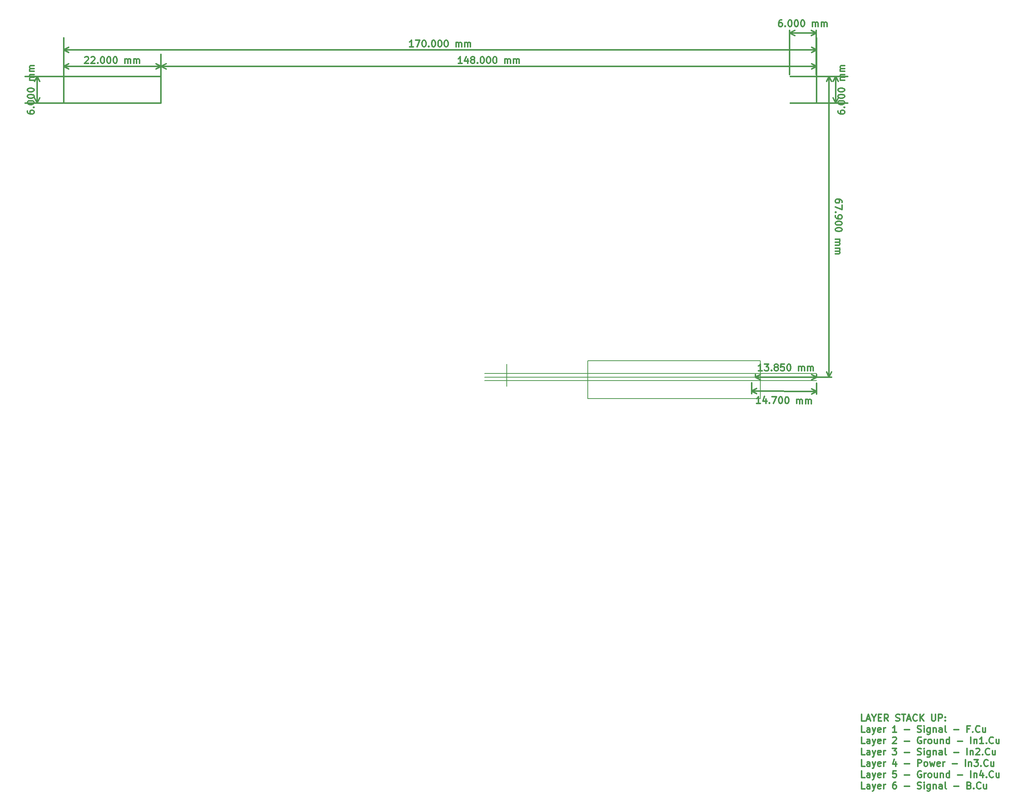
<source format=gbr>
G04 #@! TF.GenerationSoftware,KiCad,Pcbnew,5.1.5+dfsg1-2build2*
G04 #@! TF.CreationDate,2021-02-17T11:04:07+00:00*
G04 #@! TF.ProjectId,HILTOP_Motherboard,48494c54-4f50-45f4-9d6f-74686572626f,Rev C*
G04 #@! TF.SameCoordinates,Original*
G04 #@! TF.FileFunction,OtherDrawing,Comment*
%FSLAX46Y46*%
G04 Gerber Fmt 4.6, Leading zero omitted, Abs format (unit mm)*
G04 Created by KiCad (PCBNEW 5.1.5+dfsg1-2build2) date 2021-02-17 11:04:07*
%MOMM*%
%LPD*%
G04 APERTURE LIST*
%ADD10C,0.300000*%
%ADD11C,0.200000*%
%ADD12C,0.127000*%
G04 APERTURE END LIST*
D10*
X230866428Y-195578571D02*
X230152142Y-195578571D01*
X230152142Y-194078571D01*
X231295000Y-195150000D02*
X232009285Y-195150000D01*
X231152142Y-195578571D02*
X231652142Y-194078571D01*
X232152142Y-195578571D01*
X232937857Y-194864285D02*
X232937857Y-195578571D01*
X232437857Y-194078571D02*
X232937857Y-194864285D01*
X233437857Y-194078571D01*
X233937857Y-194792857D02*
X234437857Y-194792857D01*
X234652142Y-195578571D02*
X233937857Y-195578571D01*
X233937857Y-194078571D01*
X234652142Y-194078571D01*
X236152142Y-195578571D02*
X235652142Y-194864285D01*
X235295000Y-195578571D02*
X235295000Y-194078571D01*
X235866428Y-194078571D01*
X236009285Y-194150000D01*
X236080714Y-194221428D01*
X236152142Y-194364285D01*
X236152142Y-194578571D01*
X236080714Y-194721428D01*
X236009285Y-194792857D01*
X235866428Y-194864285D01*
X235295000Y-194864285D01*
X237866428Y-195507142D02*
X238080714Y-195578571D01*
X238437857Y-195578571D01*
X238580714Y-195507142D01*
X238652142Y-195435714D01*
X238723571Y-195292857D01*
X238723571Y-195150000D01*
X238652142Y-195007142D01*
X238580714Y-194935714D01*
X238437857Y-194864285D01*
X238152142Y-194792857D01*
X238009285Y-194721428D01*
X237937857Y-194650000D01*
X237866428Y-194507142D01*
X237866428Y-194364285D01*
X237937857Y-194221428D01*
X238009285Y-194150000D01*
X238152142Y-194078571D01*
X238509285Y-194078571D01*
X238723571Y-194150000D01*
X239152142Y-194078571D02*
X240009285Y-194078571D01*
X239580714Y-195578571D02*
X239580714Y-194078571D01*
X240437857Y-195150000D02*
X241152142Y-195150000D01*
X240295000Y-195578571D02*
X240795000Y-194078571D01*
X241295000Y-195578571D01*
X242652142Y-195435714D02*
X242580714Y-195507142D01*
X242366428Y-195578571D01*
X242223571Y-195578571D01*
X242009285Y-195507142D01*
X241866428Y-195364285D01*
X241795000Y-195221428D01*
X241723571Y-194935714D01*
X241723571Y-194721428D01*
X241795000Y-194435714D01*
X241866428Y-194292857D01*
X242009285Y-194150000D01*
X242223571Y-194078571D01*
X242366428Y-194078571D01*
X242580714Y-194150000D01*
X242652142Y-194221428D01*
X243295000Y-195578571D02*
X243295000Y-194078571D01*
X244152142Y-195578571D02*
X243509285Y-194721428D01*
X244152142Y-194078571D02*
X243295000Y-194935714D01*
X245937857Y-194078571D02*
X245937857Y-195292857D01*
X246009285Y-195435714D01*
X246080714Y-195507142D01*
X246223571Y-195578571D01*
X246509285Y-195578571D01*
X246652142Y-195507142D01*
X246723571Y-195435714D01*
X246795000Y-195292857D01*
X246795000Y-194078571D01*
X247509285Y-195578571D02*
X247509285Y-194078571D01*
X248080714Y-194078571D01*
X248223571Y-194150000D01*
X248295000Y-194221428D01*
X248366428Y-194364285D01*
X248366428Y-194578571D01*
X248295000Y-194721428D01*
X248223571Y-194792857D01*
X248080714Y-194864285D01*
X247509285Y-194864285D01*
X249009285Y-195435714D02*
X249080714Y-195507142D01*
X249009285Y-195578571D01*
X248937857Y-195507142D01*
X249009285Y-195435714D01*
X249009285Y-195578571D01*
X249009285Y-194650000D02*
X249080714Y-194721428D01*
X249009285Y-194792857D01*
X248937857Y-194721428D01*
X249009285Y-194650000D01*
X249009285Y-194792857D01*
X230866428Y-198128571D02*
X230152142Y-198128571D01*
X230152142Y-196628571D01*
X232009285Y-198128571D02*
X232009285Y-197342857D01*
X231937857Y-197200000D01*
X231795000Y-197128571D01*
X231509285Y-197128571D01*
X231366428Y-197200000D01*
X232009285Y-198057142D02*
X231866428Y-198128571D01*
X231509285Y-198128571D01*
X231366428Y-198057142D01*
X231295000Y-197914285D01*
X231295000Y-197771428D01*
X231366428Y-197628571D01*
X231509285Y-197557142D01*
X231866428Y-197557142D01*
X232009285Y-197485714D01*
X232580714Y-197128571D02*
X232937857Y-198128571D01*
X233295000Y-197128571D02*
X232937857Y-198128571D01*
X232795000Y-198485714D01*
X232723571Y-198557142D01*
X232580714Y-198628571D01*
X234437857Y-198057142D02*
X234295000Y-198128571D01*
X234009285Y-198128571D01*
X233866428Y-198057142D01*
X233795000Y-197914285D01*
X233795000Y-197342857D01*
X233866428Y-197200000D01*
X234009285Y-197128571D01*
X234295000Y-197128571D01*
X234437857Y-197200000D01*
X234509285Y-197342857D01*
X234509285Y-197485714D01*
X233795000Y-197628571D01*
X235152142Y-198128571D02*
X235152142Y-197128571D01*
X235152142Y-197414285D02*
X235223571Y-197271428D01*
X235295000Y-197200000D01*
X235437857Y-197128571D01*
X235580714Y-197128571D01*
X238009285Y-198128571D02*
X237152142Y-198128571D01*
X237580714Y-198128571D02*
X237580714Y-196628571D01*
X237437857Y-196842857D01*
X237295000Y-196985714D01*
X237152142Y-197057142D01*
X239795000Y-197557142D02*
X240937857Y-197557142D01*
X242723571Y-198057142D02*
X242937857Y-198128571D01*
X243295000Y-198128571D01*
X243437857Y-198057142D01*
X243509285Y-197985714D01*
X243580714Y-197842857D01*
X243580714Y-197700000D01*
X243509285Y-197557142D01*
X243437857Y-197485714D01*
X243295000Y-197414285D01*
X243009285Y-197342857D01*
X242866428Y-197271428D01*
X242795000Y-197200000D01*
X242723571Y-197057142D01*
X242723571Y-196914285D01*
X242795000Y-196771428D01*
X242866428Y-196700000D01*
X243009285Y-196628571D01*
X243366428Y-196628571D01*
X243580714Y-196700000D01*
X244223571Y-198128571D02*
X244223571Y-197128571D01*
X244223571Y-196628571D02*
X244152142Y-196700000D01*
X244223571Y-196771428D01*
X244295000Y-196700000D01*
X244223571Y-196628571D01*
X244223571Y-196771428D01*
X245580714Y-197128571D02*
X245580714Y-198342857D01*
X245509285Y-198485714D01*
X245437857Y-198557142D01*
X245295000Y-198628571D01*
X245080714Y-198628571D01*
X244937857Y-198557142D01*
X245580714Y-198057142D02*
X245437857Y-198128571D01*
X245152142Y-198128571D01*
X245009285Y-198057142D01*
X244937857Y-197985714D01*
X244866428Y-197842857D01*
X244866428Y-197414285D01*
X244937857Y-197271428D01*
X245009285Y-197200000D01*
X245152142Y-197128571D01*
X245437857Y-197128571D01*
X245580714Y-197200000D01*
X246295000Y-197128571D02*
X246295000Y-198128571D01*
X246295000Y-197271428D02*
X246366428Y-197200000D01*
X246509285Y-197128571D01*
X246723571Y-197128571D01*
X246866428Y-197200000D01*
X246937857Y-197342857D01*
X246937857Y-198128571D01*
X248295000Y-198128571D02*
X248295000Y-197342857D01*
X248223571Y-197200000D01*
X248080714Y-197128571D01*
X247795000Y-197128571D01*
X247652142Y-197200000D01*
X248295000Y-198057142D02*
X248152142Y-198128571D01*
X247795000Y-198128571D01*
X247652142Y-198057142D01*
X247580714Y-197914285D01*
X247580714Y-197771428D01*
X247652142Y-197628571D01*
X247795000Y-197557142D01*
X248152142Y-197557142D01*
X248295000Y-197485714D01*
X249223571Y-198128571D02*
X249080714Y-198057142D01*
X249009285Y-197914285D01*
X249009285Y-196628571D01*
X250937857Y-197557142D02*
X252080714Y-197557142D01*
X254437857Y-197342857D02*
X253937857Y-197342857D01*
X253937857Y-198128571D02*
X253937857Y-196628571D01*
X254652142Y-196628571D01*
X255223571Y-197985714D02*
X255295000Y-198057142D01*
X255223571Y-198128571D01*
X255152142Y-198057142D01*
X255223571Y-197985714D01*
X255223571Y-198128571D01*
X256795000Y-197985714D02*
X256723571Y-198057142D01*
X256509285Y-198128571D01*
X256366428Y-198128571D01*
X256152142Y-198057142D01*
X256009285Y-197914285D01*
X255937857Y-197771428D01*
X255866428Y-197485714D01*
X255866428Y-197271428D01*
X255937857Y-196985714D01*
X256009285Y-196842857D01*
X256152142Y-196700000D01*
X256366428Y-196628571D01*
X256509285Y-196628571D01*
X256723571Y-196700000D01*
X256795000Y-196771428D01*
X258080714Y-197128571D02*
X258080714Y-198128571D01*
X257437857Y-197128571D02*
X257437857Y-197914285D01*
X257509285Y-198057142D01*
X257652142Y-198128571D01*
X257866428Y-198128571D01*
X258009285Y-198057142D01*
X258080714Y-197985714D01*
X230866428Y-200678571D02*
X230152142Y-200678571D01*
X230152142Y-199178571D01*
X232009285Y-200678571D02*
X232009285Y-199892857D01*
X231937857Y-199750000D01*
X231795000Y-199678571D01*
X231509285Y-199678571D01*
X231366428Y-199750000D01*
X232009285Y-200607142D02*
X231866428Y-200678571D01*
X231509285Y-200678571D01*
X231366428Y-200607142D01*
X231295000Y-200464285D01*
X231295000Y-200321428D01*
X231366428Y-200178571D01*
X231509285Y-200107142D01*
X231866428Y-200107142D01*
X232009285Y-200035714D01*
X232580714Y-199678571D02*
X232937857Y-200678571D01*
X233295000Y-199678571D02*
X232937857Y-200678571D01*
X232795000Y-201035714D01*
X232723571Y-201107142D01*
X232580714Y-201178571D01*
X234437857Y-200607142D02*
X234295000Y-200678571D01*
X234009285Y-200678571D01*
X233866428Y-200607142D01*
X233795000Y-200464285D01*
X233795000Y-199892857D01*
X233866428Y-199750000D01*
X234009285Y-199678571D01*
X234295000Y-199678571D01*
X234437857Y-199750000D01*
X234509285Y-199892857D01*
X234509285Y-200035714D01*
X233795000Y-200178571D01*
X235152142Y-200678571D02*
X235152142Y-199678571D01*
X235152142Y-199964285D02*
X235223571Y-199821428D01*
X235295000Y-199750000D01*
X235437857Y-199678571D01*
X235580714Y-199678571D01*
X237152142Y-199321428D02*
X237223571Y-199250000D01*
X237366428Y-199178571D01*
X237723571Y-199178571D01*
X237866428Y-199250000D01*
X237937857Y-199321428D01*
X238009285Y-199464285D01*
X238009285Y-199607142D01*
X237937857Y-199821428D01*
X237080714Y-200678571D01*
X238009285Y-200678571D01*
X239795000Y-200107142D02*
X240937857Y-200107142D01*
X243580714Y-199250000D02*
X243437857Y-199178571D01*
X243223571Y-199178571D01*
X243009285Y-199250000D01*
X242866428Y-199392857D01*
X242795000Y-199535714D01*
X242723571Y-199821428D01*
X242723571Y-200035714D01*
X242795000Y-200321428D01*
X242866428Y-200464285D01*
X243009285Y-200607142D01*
X243223571Y-200678571D01*
X243366428Y-200678571D01*
X243580714Y-200607142D01*
X243652142Y-200535714D01*
X243652142Y-200035714D01*
X243366428Y-200035714D01*
X244295000Y-200678571D02*
X244295000Y-199678571D01*
X244295000Y-199964285D02*
X244366428Y-199821428D01*
X244437857Y-199750000D01*
X244580714Y-199678571D01*
X244723571Y-199678571D01*
X245437857Y-200678571D02*
X245295000Y-200607142D01*
X245223571Y-200535714D01*
X245152142Y-200392857D01*
X245152142Y-199964285D01*
X245223571Y-199821428D01*
X245295000Y-199750000D01*
X245437857Y-199678571D01*
X245652142Y-199678571D01*
X245795000Y-199750000D01*
X245866428Y-199821428D01*
X245937857Y-199964285D01*
X245937857Y-200392857D01*
X245866428Y-200535714D01*
X245795000Y-200607142D01*
X245652142Y-200678571D01*
X245437857Y-200678571D01*
X247223571Y-199678571D02*
X247223571Y-200678571D01*
X246580714Y-199678571D02*
X246580714Y-200464285D01*
X246652142Y-200607142D01*
X246795000Y-200678571D01*
X247009285Y-200678571D01*
X247152142Y-200607142D01*
X247223571Y-200535714D01*
X247937857Y-199678571D02*
X247937857Y-200678571D01*
X247937857Y-199821428D02*
X248009285Y-199750000D01*
X248152142Y-199678571D01*
X248366428Y-199678571D01*
X248509285Y-199750000D01*
X248580714Y-199892857D01*
X248580714Y-200678571D01*
X249937857Y-200678571D02*
X249937857Y-199178571D01*
X249937857Y-200607142D02*
X249795000Y-200678571D01*
X249509285Y-200678571D01*
X249366428Y-200607142D01*
X249295000Y-200535714D01*
X249223571Y-200392857D01*
X249223571Y-199964285D01*
X249295000Y-199821428D01*
X249366428Y-199750000D01*
X249509285Y-199678571D01*
X249795000Y-199678571D01*
X249937857Y-199750000D01*
X251795000Y-200107142D02*
X252937857Y-200107142D01*
X254795000Y-200678571D02*
X254795000Y-199178571D01*
X255509285Y-199678571D02*
X255509285Y-200678571D01*
X255509285Y-199821428D02*
X255580714Y-199750000D01*
X255723571Y-199678571D01*
X255937857Y-199678571D01*
X256080714Y-199750000D01*
X256152142Y-199892857D01*
X256152142Y-200678571D01*
X257652142Y-200678571D02*
X256795000Y-200678571D01*
X257223571Y-200678571D02*
X257223571Y-199178571D01*
X257080714Y-199392857D01*
X256937857Y-199535714D01*
X256795000Y-199607142D01*
X258295000Y-200535714D02*
X258366428Y-200607142D01*
X258295000Y-200678571D01*
X258223571Y-200607142D01*
X258295000Y-200535714D01*
X258295000Y-200678571D01*
X259866428Y-200535714D02*
X259795000Y-200607142D01*
X259580714Y-200678571D01*
X259437857Y-200678571D01*
X259223571Y-200607142D01*
X259080714Y-200464285D01*
X259009285Y-200321428D01*
X258937857Y-200035714D01*
X258937857Y-199821428D01*
X259009285Y-199535714D01*
X259080714Y-199392857D01*
X259223571Y-199250000D01*
X259437857Y-199178571D01*
X259580714Y-199178571D01*
X259795000Y-199250000D01*
X259866428Y-199321428D01*
X261152142Y-199678571D02*
X261152142Y-200678571D01*
X260509285Y-199678571D02*
X260509285Y-200464285D01*
X260580714Y-200607142D01*
X260723571Y-200678571D01*
X260937857Y-200678571D01*
X261080714Y-200607142D01*
X261152142Y-200535714D01*
X230866428Y-203228571D02*
X230152142Y-203228571D01*
X230152142Y-201728571D01*
X232009285Y-203228571D02*
X232009285Y-202442857D01*
X231937857Y-202300000D01*
X231795000Y-202228571D01*
X231509285Y-202228571D01*
X231366428Y-202300000D01*
X232009285Y-203157142D02*
X231866428Y-203228571D01*
X231509285Y-203228571D01*
X231366428Y-203157142D01*
X231295000Y-203014285D01*
X231295000Y-202871428D01*
X231366428Y-202728571D01*
X231509285Y-202657142D01*
X231866428Y-202657142D01*
X232009285Y-202585714D01*
X232580714Y-202228571D02*
X232937857Y-203228571D01*
X233295000Y-202228571D02*
X232937857Y-203228571D01*
X232795000Y-203585714D01*
X232723571Y-203657142D01*
X232580714Y-203728571D01*
X234437857Y-203157142D02*
X234295000Y-203228571D01*
X234009285Y-203228571D01*
X233866428Y-203157142D01*
X233795000Y-203014285D01*
X233795000Y-202442857D01*
X233866428Y-202300000D01*
X234009285Y-202228571D01*
X234295000Y-202228571D01*
X234437857Y-202300000D01*
X234509285Y-202442857D01*
X234509285Y-202585714D01*
X233795000Y-202728571D01*
X235152142Y-203228571D02*
X235152142Y-202228571D01*
X235152142Y-202514285D02*
X235223571Y-202371428D01*
X235295000Y-202300000D01*
X235437857Y-202228571D01*
X235580714Y-202228571D01*
X237080714Y-201728571D02*
X238009285Y-201728571D01*
X237509285Y-202300000D01*
X237723571Y-202300000D01*
X237866428Y-202371428D01*
X237937857Y-202442857D01*
X238009285Y-202585714D01*
X238009285Y-202942857D01*
X237937857Y-203085714D01*
X237866428Y-203157142D01*
X237723571Y-203228571D01*
X237295000Y-203228571D01*
X237152142Y-203157142D01*
X237080714Y-203085714D01*
X239795000Y-202657142D02*
X240937857Y-202657142D01*
X242723571Y-203157142D02*
X242937857Y-203228571D01*
X243295000Y-203228571D01*
X243437857Y-203157142D01*
X243509285Y-203085714D01*
X243580714Y-202942857D01*
X243580714Y-202800000D01*
X243509285Y-202657142D01*
X243437857Y-202585714D01*
X243295000Y-202514285D01*
X243009285Y-202442857D01*
X242866428Y-202371428D01*
X242795000Y-202300000D01*
X242723571Y-202157142D01*
X242723571Y-202014285D01*
X242795000Y-201871428D01*
X242866428Y-201800000D01*
X243009285Y-201728571D01*
X243366428Y-201728571D01*
X243580714Y-201800000D01*
X244223571Y-203228571D02*
X244223571Y-202228571D01*
X244223571Y-201728571D02*
X244152142Y-201800000D01*
X244223571Y-201871428D01*
X244295000Y-201800000D01*
X244223571Y-201728571D01*
X244223571Y-201871428D01*
X245580714Y-202228571D02*
X245580714Y-203442857D01*
X245509285Y-203585714D01*
X245437857Y-203657142D01*
X245295000Y-203728571D01*
X245080714Y-203728571D01*
X244937857Y-203657142D01*
X245580714Y-203157142D02*
X245437857Y-203228571D01*
X245152142Y-203228571D01*
X245009285Y-203157142D01*
X244937857Y-203085714D01*
X244866428Y-202942857D01*
X244866428Y-202514285D01*
X244937857Y-202371428D01*
X245009285Y-202300000D01*
X245152142Y-202228571D01*
X245437857Y-202228571D01*
X245580714Y-202300000D01*
X246295000Y-202228571D02*
X246295000Y-203228571D01*
X246295000Y-202371428D02*
X246366428Y-202300000D01*
X246509285Y-202228571D01*
X246723571Y-202228571D01*
X246866428Y-202300000D01*
X246937857Y-202442857D01*
X246937857Y-203228571D01*
X248295000Y-203228571D02*
X248295000Y-202442857D01*
X248223571Y-202300000D01*
X248080714Y-202228571D01*
X247795000Y-202228571D01*
X247652142Y-202300000D01*
X248295000Y-203157142D02*
X248152142Y-203228571D01*
X247795000Y-203228571D01*
X247652142Y-203157142D01*
X247580714Y-203014285D01*
X247580714Y-202871428D01*
X247652142Y-202728571D01*
X247795000Y-202657142D01*
X248152142Y-202657142D01*
X248295000Y-202585714D01*
X249223571Y-203228571D02*
X249080714Y-203157142D01*
X249009285Y-203014285D01*
X249009285Y-201728571D01*
X250937857Y-202657142D02*
X252080714Y-202657142D01*
X253937857Y-203228571D02*
X253937857Y-201728571D01*
X254652142Y-202228571D02*
X254652142Y-203228571D01*
X254652142Y-202371428D02*
X254723571Y-202300000D01*
X254866428Y-202228571D01*
X255080714Y-202228571D01*
X255223571Y-202300000D01*
X255295000Y-202442857D01*
X255295000Y-203228571D01*
X255937857Y-201871428D02*
X256009285Y-201800000D01*
X256152142Y-201728571D01*
X256509285Y-201728571D01*
X256652142Y-201800000D01*
X256723571Y-201871428D01*
X256795000Y-202014285D01*
X256795000Y-202157142D01*
X256723571Y-202371428D01*
X255866428Y-203228571D01*
X256795000Y-203228571D01*
X257437857Y-203085714D02*
X257509285Y-203157142D01*
X257437857Y-203228571D01*
X257366428Y-203157142D01*
X257437857Y-203085714D01*
X257437857Y-203228571D01*
X259009285Y-203085714D02*
X258937857Y-203157142D01*
X258723571Y-203228571D01*
X258580714Y-203228571D01*
X258366428Y-203157142D01*
X258223571Y-203014285D01*
X258152142Y-202871428D01*
X258080714Y-202585714D01*
X258080714Y-202371428D01*
X258152142Y-202085714D01*
X258223571Y-201942857D01*
X258366428Y-201800000D01*
X258580714Y-201728571D01*
X258723571Y-201728571D01*
X258937857Y-201800000D01*
X259009285Y-201871428D01*
X260295000Y-202228571D02*
X260295000Y-203228571D01*
X259652142Y-202228571D02*
X259652142Y-203014285D01*
X259723571Y-203157142D01*
X259866428Y-203228571D01*
X260080714Y-203228571D01*
X260223571Y-203157142D01*
X260295000Y-203085714D01*
X230866428Y-205778571D02*
X230152142Y-205778571D01*
X230152142Y-204278571D01*
X232009285Y-205778571D02*
X232009285Y-204992857D01*
X231937857Y-204850000D01*
X231795000Y-204778571D01*
X231509285Y-204778571D01*
X231366428Y-204850000D01*
X232009285Y-205707142D02*
X231866428Y-205778571D01*
X231509285Y-205778571D01*
X231366428Y-205707142D01*
X231295000Y-205564285D01*
X231295000Y-205421428D01*
X231366428Y-205278571D01*
X231509285Y-205207142D01*
X231866428Y-205207142D01*
X232009285Y-205135714D01*
X232580714Y-204778571D02*
X232937857Y-205778571D01*
X233295000Y-204778571D02*
X232937857Y-205778571D01*
X232795000Y-206135714D01*
X232723571Y-206207142D01*
X232580714Y-206278571D01*
X234437857Y-205707142D02*
X234295000Y-205778571D01*
X234009285Y-205778571D01*
X233866428Y-205707142D01*
X233795000Y-205564285D01*
X233795000Y-204992857D01*
X233866428Y-204850000D01*
X234009285Y-204778571D01*
X234295000Y-204778571D01*
X234437857Y-204850000D01*
X234509285Y-204992857D01*
X234509285Y-205135714D01*
X233795000Y-205278571D01*
X235152142Y-205778571D02*
X235152142Y-204778571D01*
X235152142Y-205064285D02*
X235223571Y-204921428D01*
X235295000Y-204850000D01*
X235437857Y-204778571D01*
X235580714Y-204778571D01*
X237866428Y-204778571D02*
X237866428Y-205778571D01*
X237509285Y-204207142D02*
X237152142Y-205278571D01*
X238080714Y-205278571D01*
X239795000Y-205207142D02*
X240937857Y-205207142D01*
X242795000Y-205778571D02*
X242795000Y-204278571D01*
X243366428Y-204278571D01*
X243509285Y-204350000D01*
X243580714Y-204421428D01*
X243652142Y-204564285D01*
X243652142Y-204778571D01*
X243580714Y-204921428D01*
X243509285Y-204992857D01*
X243366428Y-205064285D01*
X242795000Y-205064285D01*
X244509285Y-205778571D02*
X244366428Y-205707142D01*
X244295000Y-205635714D01*
X244223571Y-205492857D01*
X244223571Y-205064285D01*
X244295000Y-204921428D01*
X244366428Y-204850000D01*
X244509285Y-204778571D01*
X244723571Y-204778571D01*
X244866428Y-204850000D01*
X244937857Y-204921428D01*
X245009285Y-205064285D01*
X245009285Y-205492857D01*
X244937857Y-205635714D01*
X244866428Y-205707142D01*
X244723571Y-205778571D01*
X244509285Y-205778571D01*
X245509285Y-204778571D02*
X245795000Y-205778571D01*
X246080714Y-205064285D01*
X246366428Y-205778571D01*
X246652142Y-204778571D01*
X247795000Y-205707142D02*
X247652142Y-205778571D01*
X247366428Y-205778571D01*
X247223571Y-205707142D01*
X247152142Y-205564285D01*
X247152142Y-204992857D01*
X247223571Y-204850000D01*
X247366428Y-204778571D01*
X247652142Y-204778571D01*
X247795000Y-204850000D01*
X247866428Y-204992857D01*
X247866428Y-205135714D01*
X247152142Y-205278571D01*
X248509285Y-205778571D02*
X248509285Y-204778571D01*
X248509285Y-205064285D02*
X248580714Y-204921428D01*
X248652142Y-204850000D01*
X248795000Y-204778571D01*
X248937857Y-204778571D01*
X250580714Y-205207142D02*
X251723571Y-205207142D01*
X253580714Y-205778571D02*
X253580714Y-204278571D01*
X254295000Y-204778571D02*
X254295000Y-205778571D01*
X254295000Y-204921428D02*
X254366428Y-204850000D01*
X254509285Y-204778571D01*
X254723571Y-204778571D01*
X254866428Y-204850000D01*
X254937857Y-204992857D01*
X254937857Y-205778571D01*
X255509285Y-204278571D02*
X256437857Y-204278571D01*
X255937857Y-204850000D01*
X256152142Y-204850000D01*
X256295000Y-204921428D01*
X256366428Y-204992857D01*
X256437857Y-205135714D01*
X256437857Y-205492857D01*
X256366428Y-205635714D01*
X256295000Y-205707142D01*
X256152142Y-205778571D01*
X255723571Y-205778571D01*
X255580714Y-205707142D01*
X255509285Y-205635714D01*
X257080714Y-205635714D02*
X257152142Y-205707142D01*
X257080714Y-205778571D01*
X257009285Y-205707142D01*
X257080714Y-205635714D01*
X257080714Y-205778571D01*
X258652142Y-205635714D02*
X258580714Y-205707142D01*
X258366428Y-205778571D01*
X258223571Y-205778571D01*
X258009285Y-205707142D01*
X257866428Y-205564285D01*
X257795000Y-205421428D01*
X257723571Y-205135714D01*
X257723571Y-204921428D01*
X257795000Y-204635714D01*
X257866428Y-204492857D01*
X258009285Y-204350000D01*
X258223571Y-204278571D01*
X258366428Y-204278571D01*
X258580714Y-204350000D01*
X258652142Y-204421428D01*
X259937857Y-204778571D02*
X259937857Y-205778571D01*
X259295000Y-204778571D02*
X259295000Y-205564285D01*
X259366428Y-205707142D01*
X259509285Y-205778571D01*
X259723571Y-205778571D01*
X259866428Y-205707142D01*
X259937857Y-205635714D01*
X230866428Y-208328571D02*
X230152142Y-208328571D01*
X230152142Y-206828571D01*
X232009285Y-208328571D02*
X232009285Y-207542857D01*
X231937857Y-207400000D01*
X231795000Y-207328571D01*
X231509285Y-207328571D01*
X231366428Y-207400000D01*
X232009285Y-208257142D02*
X231866428Y-208328571D01*
X231509285Y-208328571D01*
X231366428Y-208257142D01*
X231295000Y-208114285D01*
X231295000Y-207971428D01*
X231366428Y-207828571D01*
X231509285Y-207757142D01*
X231866428Y-207757142D01*
X232009285Y-207685714D01*
X232580714Y-207328571D02*
X232937857Y-208328571D01*
X233295000Y-207328571D02*
X232937857Y-208328571D01*
X232795000Y-208685714D01*
X232723571Y-208757142D01*
X232580714Y-208828571D01*
X234437857Y-208257142D02*
X234295000Y-208328571D01*
X234009285Y-208328571D01*
X233866428Y-208257142D01*
X233795000Y-208114285D01*
X233795000Y-207542857D01*
X233866428Y-207400000D01*
X234009285Y-207328571D01*
X234295000Y-207328571D01*
X234437857Y-207400000D01*
X234509285Y-207542857D01*
X234509285Y-207685714D01*
X233795000Y-207828571D01*
X235152142Y-208328571D02*
X235152142Y-207328571D01*
X235152142Y-207614285D02*
X235223571Y-207471428D01*
X235295000Y-207400000D01*
X235437857Y-207328571D01*
X235580714Y-207328571D01*
X237937857Y-206828571D02*
X237223571Y-206828571D01*
X237152142Y-207542857D01*
X237223571Y-207471428D01*
X237366428Y-207400000D01*
X237723571Y-207400000D01*
X237866428Y-207471428D01*
X237937857Y-207542857D01*
X238009285Y-207685714D01*
X238009285Y-208042857D01*
X237937857Y-208185714D01*
X237866428Y-208257142D01*
X237723571Y-208328571D01*
X237366428Y-208328571D01*
X237223571Y-208257142D01*
X237152142Y-208185714D01*
X239795000Y-207757142D02*
X240937857Y-207757142D01*
X243580714Y-206900000D02*
X243437857Y-206828571D01*
X243223571Y-206828571D01*
X243009285Y-206900000D01*
X242866428Y-207042857D01*
X242795000Y-207185714D01*
X242723571Y-207471428D01*
X242723571Y-207685714D01*
X242795000Y-207971428D01*
X242866428Y-208114285D01*
X243009285Y-208257142D01*
X243223571Y-208328571D01*
X243366428Y-208328571D01*
X243580714Y-208257142D01*
X243652142Y-208185714D01*
X243652142Y-207685714D01*
X243366428Y-207685714D01*
X244295000Y-208328571D02*
X244295000Y-207328571D01*
X244295000Y-207614285D02*
X244366428Y-207471428D01*
X244437857Y-207400000D01*
X244580714Y-207328571D01*
X244723571Y-207328571D01*
X245437857Y-208328571D02*
X245295000Y-208257142D01*
X245223571Y-208185714D01*
X245152142Y-208042857D01*
X245152142Y-207614285D01*
X245223571Y-207471428D01*
X245295000Y-207400000D01*
X245437857Y-207328571D01*
X245652142Y-207328571D01*
X245795000Y-207400000D01*
X245866428Y-207471428D01*
X245937857Y-207614285D01*
X245937857Y-208042857D01*
X245866428Y-208185714D01*
X245795000Y-208257142D01*
X245652142Y-208328571D01*
X245437857Y-208328571D01*
X247223571Y-207328571D02*
X247223571Y-208328571D01*
X246580714Y-207328571D02*
X246580714Y-208114285D01*
X246652142Y-208257142D01*
X246795000Y-208328571D01*
X247009285Y-208328571D01*
X247152142Y-208257142D01*
X247223571Y-208185714D01*
X247937857Y-207328571D02*
X247937857Y-208328571D01*
X247937857Y-207471428D02*
X248009285Y-207400000D01*
X248152142Y-207328571D01*
X248366428Y-207328571D01*
X248509285Y-207400000D01*
X248580714Y-207542857D01*
X248580714Y-208328571D01*
X249937857Y-208328571D02*
X249937857Y-206828571D01*
X249937857Y-208257142D02*
X249795000Y-208328571D01*
X249509285Y-208328571D01*
X249366428Y-208257142D01*
X249295000Y-208185714D01*
X249223571Y-208042857D01*
X249223571Y-207614285D01*
X249295000Y-207471428D01*
X249366428Y-207400000D01*
X249509285Y-207328571D01*
X249795000Y-207328571D01*
X249937857Y-207400000D01*
X251795000Y-207757142D02*
X252937857Y-207757142D01*
X254795000Y-208328571D02*
X254795000Y-206828571D01*
X255509285Y-207328571D02*
X255509285Y-208328571D01*
X255509285Y-207471428D02*
X255580714Y-207400000D01*
X255723571Y-207328571D01*
X255937857Y-207328571D01*
X256080714Y-207400000D01*
X256152142Y-207542857D01*
X256152142Y-208328571D01*
X257509285Y-207328571D02*
X257509285Y-208328571D01*
X257152142Y-206757142D02*
X256795000Y-207828571D01*
X257723571Y-207828571D01*
X258295000Y-208185714D02*
X258366428Y-208257142D01*
X258295000Y-208328571D01*
X258223571Y-208257142D01*
X258295000Y-208185714D01*
X258295000Y-208328571D01*
X259866428Y-208185714D02*
X259795000Y-208257142D01*
X259580714Y-208328571D01*
X259437857Y-208328571D01*
X259223571Y-208257142D01*
X259080714Y-208114285D01*
X259009285Y-207971428D01*
X258937857Y-207685714D01*
X258937857Y-207471428D01*
X259009285Y-207185714D01*
X259080714Y-207042857D01*
X259223571Y-206900000D01*
X259437857Y-206828571D01*
X259580714Y-206828571D01*
X259795000Y-206900000D01*
X259866428Y-206971428D01*
X261152142Y-207328571D02*
X261152142Y-208328571D01*
X260509285Y-207328571D02*
X260509285Y-208114285D01*
X260580714Y-208257142D01*
X260723571Y-208328571D01*
X260937857Y-208328571D01*
X261080714Y-208257142D01*
X261152142Y-208185714D01*
X230866428Y-210878571D02*
X230152142Y-210878571D01*
X230152142Y-209378571D01*
X232009285Y-210878571D02*
X232009285Y-210092857D01*
X231937857Y-209950000D01*
X231795000Y-209878571D01*
X231509285Y-209878571D01*
X231366428Y-209950000D01*
X232009285Y-210807142D02*
X231866428Y-210878571D01*
X231509285Y-210878571D01*
X231366428Y-210807142D01*
X231295000Y-210664285D01*
X231295000Y-210521428D01*
X231366428Y-210378571D01*
X231509285Y-210307142D01*
X231866428Y-210307142D01*
X232009285Y-210235714D01*
X232580714Y-209878571D02*
X232937857Y-210878571D01*
X233295000Y-209878571D02*
X232937857Y-210878571D01*
X232795000Y-211235714D01*
X232723571Y-211307142D01*
X232580714Y-211378571D01*
X234437857Y-210807142D02*
X234295000Y-210878571D01*
X234009285Y-210878571D01*
X233866428Y-210807142D01*
X233795000Y-210664285D01*
X233795000Y-210092857D01*
X233866428Y-209950000D01*
X234009285Y-209878571D01*
X234295000Y-209878571D01*
X234437857Y-209950000D01*
X234509285Y-210092857D01*
X234509285Y-210235714D01*
X233795000Y-210378571D01*
X235152142Y-210878571D02*
X235152142Y-209878571D01*
X235152142Y-210164285D02*
X235223571Y-210021428D01*
X235295000Y-209950000D01*
X235437857Y-209878571D01*
X235580714Y-209878571D01*
X237866428Y-209378571D02*
X237580714Y-209378571D01*
X237437857Y-209450000D01*
X237366428Y-209521428D01*
X237223571Y-209735714D01*
X237152142Y-210021428D01*
X237152142Y-210592857D01*
X237223571Y-210735714D01*
X237295000Y-210807142D01*
X237437857Y-210878571D01*
X237723571Y-210878571D01*
X237866428Y-210807142D01*
X237937857Y-210735714D01*
X238009285Y-210592857D01*
X238009285Y-210235714D01*
X237937857Y-210092857D01*
X237866428Y-210021428D01*
X237723571Y-209950000D01*
X237437857Y-209950000D01*
X237295000Y-210021428D01*
X237223571Y-210092857D01*
X237152142Y-210235714D01*
X239795000Y-210307142D02*
X240937857Y-210307142D01*
X242723571Y-210807142D02*
X242937857Y-210878571D01*
X243295000Y-210878571D01*
X243437857Y-210807142D01*
X243509285Y-210735714D01*
X243580714Y-210592857D01*
X243580714Y-210450000D01*
X243509285Y-210307142D01*
X243437857Y-210235714D01*
X243295000Y-210164285D01*
X243009285Y-210092857D01*
X242866428Y-210021428D01*
X242795000Y-209950000D01*
X242723571Y-209807142D01*
X242723571Y-209664285D01*
X242795000Y-209521428D01*
X242866428Y-209450000D01*
X243009285Y-209378571D01*
X243366428Y-209378571D01*
X243580714Y-209450000D01*
X244223571Y-210878571D02*
X244223571Y-209878571D01*
X244223571Y-209378571D02*
X244152142Y-209450000D01*
X244223571Y-209521428D01*
X244295000Y-209450000D01*
X244223571Y-209378571D01*
X244223571Y-209521428D01*
X245580714Y-209878571D02*
X245580714Y-211092857D01*
X245509285Y-211235714D01*
X245437857Y-211307142D01*
X245295000Y-211378571D01*
X245080714Y-211378571D01*
X244937857Y-211307142D01*
X245580714Y-210807142D02*
X245437857Y-210878571D01*
X245152142Y-210878571D01*
X245009285Y-210807142D01*
X244937857Y-210735714D01*
X244866428Y-210592857D01*
X244866428Y-210164285D01*
X244937857Y-210021428D01*
X245009285Y-209950000D01*
X245152142Y-209878571D01*
X245437857Y-209878571D01*
X245580714Y-209950000D01*
X246295000Y-209878571D02*
X246295000Y-210878571D01*
X246295000Y-210021428D02*
X246366428Y-209950000D01*
X246509285Y-209878571D01*
X246723571Y-209878571D01*
X246866428Y-209950000D01*
X246937857Y-210092857D01*
X246937857Y-210878571D01*
X248295000Y-210878571D02*
X248295000Y-210092857D01*
X248223571Y-209950000D01*
X248080714Y-209878571D01*
X247795000Y-209878571D01*
X247652142Y-209950000D01*
X248295000Y-210807142D02*
X248152142Y-210878571D01*
X247795000Y-210878571D01*
X247652142Y-210807142D01*
X247580714Y-210664285D01*
X247580714Y-210521428D01*
X247652142Y-210378571D01*
X247795000Y-210307142D01*
X248152142Y-210307142D01*
X248295000Y-210235714D01*
X249223571Y-210878571D02*
X249080714Y-210807142D01*
X249009285Y-210664285D01*
X249009285Y-209378571D01*
X250937857Y-210307142D02*
X252080714Y-210307142D01*
X254437857Y-210092857D02*
X254652142Y-210164285D01*
X254723571Y-210235714D01*
X254795000Y-210378571D01*
X254795000Y-210592857D01*
X254723571Y-210735714D01*
X254652142Y-210807142D01*
X254509285Y-210878571D01*
X253937857Y-210878571D01*
X253937857Y-209378571D01*
X254437857Y-209378571D01*
X254580714Y-209450000D01*
X254652142Y-209521428D01*
X254723571Y-209664285D01*
X254723571Y-209807142D01*
X254652142Y-209950000D01*
X254580714Y-210021428D01*
X254437857Y-210092857D01*
X253937857Y-210092857D01*
X255437857Y-210735714D02*
X255509285Y-210807142D01*
X255437857Y-210878571D01*
X255366428Y-210807142D01*
X255437857Y-210735714D01*
X255437857Y-210878571D01*
X257009285Y-210735714D02*
X256937857Y-210807142D01*
X256723571Y-210878571D01*
X256580714Y-210878571D01*
X256366428Y-210807142D01*
X256223571Y-210664285D01*
X256152142Y-210521428D01*
X256080714Y-210235714D01*
X256080714Y-210021428D01*
X256152142Y-209735714D01*
X256223571Y-209592857D01*
X256366428Y-209450000D01*
X256580714Y-209378571D01*
X256723571Y-209378571D01*
X256937857Y-209450000D01*
X257009285Y-209521428D01*
X258295000Y-209878571D02*
X258295000Y-210878571D01*
X257652142Y-209878571D02*
X257652142Y-210664285D01*
X257723571Y-210807142D01*
X257866428Y-210878571D01*
X258080714Y-210878571D01*
X258223571Y-210807142D01*
X258295000Y-210735714D01*
X207261495Y-123842021D02*
X206404372Y-123836190D01*
X206832933Y-123839106D02*
X206843137Y-122339140D01*
X206698825Y-122552449D01*
X206555000Y-122694331D01*
X206411660Y-122764786D01*
X208553982Y-122850790D02*
X208547179Y-123850767D01*
X208200734Y-122276945D02*
X207836311Y-123345920D01*
X208764861Y-123352236D01*
X209333847Y-123713258D02*
X209404788Y-123785171D01*
X209332875Y-123856112D01*
X209261934Y-123784199D01*
X209333847Y-123713258D01*
X209332875Y-123856112D01*
X209914494Y-122360034D02*
X210914471Y-122366836D01*
X210261425Y-123862429D01*
X211771594Y-122372667D02*
X211914448Y-122373639D01*
X212056816Y-122446038D01*
X212127757Y-122517950D01*
X212198212Y-122661290D01*
X212267696Y-122947484D01*
X212265266Y-123304618D01*
X212191896Y-123589840D01*
X212119497Y-123732208D01*
X212047584Y-123803149D01*
X211904244Y-123873604D01*
X211761390Y-123872632D01*
X211619023Y-123800234D01*
X211548081Y-123728321D01*
X211477626Y-123584981D01*
X211408143Y-123298788D01*
X211410573Y-122941653D01*
X211483943Y-122656431D01*
X211556342Y-122514063D01*
X211628255Y-122443122D01*
X211771594Y-122372667D01*
X213200133Y-122382385D02*
X213342987Y-122383357D01*
X213485354Y-122455756D01*
X213556295Y-122527668D01*
X213626751Y-122671008D01*
X213696234Y-122957202D01*
X213693804Y-123314336D01*
X213620434Y-123599558D01*
X213548035Y-123741926D01*
X213476122Y-123812867D01*
X213332783Y-123883322D01*
X213189929Y-123882350D01*
X213047561Y-123809952D01*
X212976620Y-123738039D01*
X212906165Y-123594699D01*
X212836681Y-123308506D01*
X212839111Y-122951371D01*
X212912481Y-122666149D01*
X212984880Y-122523781D01*
X213056793Y-122452840D01*
X213200133Y-122382385D01*
X215475590Y-123897899D02*
X215482393Y-122897922D01*
X215481421Y-123040776D02*
X215553334Y-122969835D01*
X215696674Y-122899380D01*
X215910954Y-122900838D01*
X216053322Y-122973236D01*
X216123777Y-123116576D01*
X216118432Y-123902272D01*
X216123777Y-123116576D02*
X216196176Y-122974208D01*
X216339516Y-122903753D01*
X216553797Y-122905211D01*
X216696165Y-122977609D01*
X216766620Y-123120949D01*
X216761275Y-123906645D01*
X217475544Y-123911504D02*
X217482347Y-122911527D01*
X217481375Y-123054381D02*
X217553288Y-122983440D01*
X217696627Y-122912985D01*
X217910908Y-122914443D01*
X218053276Y-122986841D01*
X218123731Y-123130181D01*
X218118386Y-123915877D01*
X218123731Y-123130181D02*
X218196130Y-122987813D01*
X218339470Y-122917358D01*
X218553750Y-122918816D01*
X218696118Y-122991215D01*
X218766573Y-123134554D01*
X218761228Y-123920250D01*
X219987415Y-121149957D02*
X205287415Y-121049957D01*
X220000000Y-119300000D02*
X219983426Y-121736364D01*
X205300000Y-119200000D02*
X205283426Y-121636364D01*
X205287415Y-121049957D02*
X206417882Y-120471213D01*
X205287415Y-121049957D02*
X206409904Y-121644027D01*
X219987415Y-121149957D02*
X218864926Y-120555887D01*
X219987415Y-121149957D02*
X218856948Y-121728701D01*
X207717857Y-116478571D02*
X206860714Y-116478571D01*
X207289285Y-116478571D02*
X207289285Y-114978571D01*
X207146428Y-115192857D01*
X207003571Y-115335714D01*
X206860714Y-115407142D01*
X208217857Y-114978571D02*
X209146428Y-114978571D01*
X208646428Y-115550000D01*
X208860714Y-115550000D01*
X209003571Y-115621428D01*
X209075000Y-115692857D01*
X209146428Y-115835714D01*
X209146428Y-116192857D01*
X209075000Y-116335714D01*
X209003571Y-116407142D01*
X208860714Y-116478571D01*
X208432142Y-116478571D01*
X208289285Y-116407142D01*
X208217857Y-116335714D01*
X209789285Y-116335714D02*
X209860714Y-116407142D01*
X209789285Y-116478571D01*
X209717857Y-116407142D01*
X209789285Y-116335714D01*
X209789285Y-116478571D01*
X210717857Y-115621428D02*
X210575000Y-115550000D01*
X210503571Y-115478571D01*
X210432142Y-115335714D01*
X210432142Y-115264285D01*
X210503571Y-115121428D01*
X210575000Y-115050000D01*
X210717857Y-114978571D01*
X211003571Y-114978571D01*
X211146428Y-115050000D01*
X211217857Y-115121428D01*
X211289285Y-115264285D01*
X211289285Y-115335714D01*
X211217857Y-115478571D01*
X211146428Y-115550000D01*
X211003571Y-115621428D01*
X210717857Y-115621428D01*
X210575000Y-115692857D01*
X210503571Y-115764285D01*
X210432142Y-115907142D01*
X210432142Y-116192857D01*
X210503571Y-116335714D01*
X210575000Y-116407142D01*
X210717857Y-116478571D01*
X211003571Y-116478571D01*
X211146428Y-116407142D01*
X211217857Y-116335714D01*
X211289285Y-116192857D01*
X211289285Y-115907142D01*
X211217857Y-115764285D01*
X211146428Y-115692857D01*
X211003571Y-115621428D01*
X212646428Y-114978571D02*
X211932142Y-114978571D01*
X211860714Y-115692857D01*
X211932142Y-115621428D01*
X212075000Y-115550000D01*
X212432142Y-115550000D01*
X212575000Y-115621428D01*
X212646428Y-115692857D01*
X212717857Y-115835714D01*
X212717857Y-116192857D01*
X212646428Y-116335714D01*
X212575000Y-116407142D01*
X212432142Y-116478571D01*
X212075000Y-116478571D01*
X211932142Y-116407142D01*
X211860714Y-116335714D01*
X213646428Y-114978571D02*
X213789285Y-114978571D01*
X213932142Y-115050000D01*
X214003571Y-115121428D01*
X214075000Y-115264285D01*
X214146428Y-115550000D01*
X214146428Y-115907142D01*
X214075000Y-116192857D01*
X214003571Y-116335714D01*
X213932142Y-116407142D01*
X213789285Y-116478571D01*
X213646428Y-116478571D01*
X213503571Y-116407142D01*
X213432142Y-116335714D01*
X213360714Y-116192857D01*
X213289285Y-115907142D01*
X213289285Y-115550000D01*
X213360714Y-115264285D01*
X213432142Y-115121428D01*
X213503571Y-115050000D01*
X213646428Y-114978571D01*
X215932142Y-116478571D02*
X215932142Y-115478571D01*
X215932142Y-115621428D02*
X216003571Y-115550000D01*
X216146428Y-115478571D01*
X216360714Y-115478571D01*
X216503571Y-115550000D01*
X216575000Y-115692857D01*
X216575000Y-116478571D01*
X216575000Y-115692857D02*
X216646428Y-115550000D01*
X216789285Y-115478571D01*
X217003571Y-115478571D01*
X217146428Y-115550000D01*
X217217857Y-115692857D01*
X217217857Y-116478571D01*
X217932142Y-116478571D02*
X217932142Y-115478571D01*
X217932142Y-115621428D02*
X218003571Y-115550000D01*
X218146428Y-115478571D01*
X218360714Y-115478571D01*
X218503571Y-115550000D01*
X218575000Y-115692857D01*
X218575000Y-116478571D01*
X218575000Y-115692857D02*
X218646428Y-115550000D01*
X218789285Y-115478571D01*
X219003571Y-115478571D01*
X219146428Y-115550000D01*
X219217857Y-115692857D01*
X219217857Y-116478571D01*
X220000000Y-117900000D02*
X206150000Y-117900000D01*
X220000000Y-117900000D02*
X220000000Y-117313579D01*
X206150000Y-117900000D02*
X206150000Y-117313579D01*
X206150000Y-117900000D02*
X207276504Y-117313579D01*
X206150000Y-117900000D02*
X207276504Y-118486421D01*
X220000000Y-117900000D02*
X218873496Y-117313579D01*
X220000000Y-117900000D02*
X218873496Y-118486421D01*
X225721428Y-78450000D02*
X225721428Y-78164285D01*
X225650000Y-78021428D01*
X225578571Y-77950000D01*
X225364285Y-77807142D01*
X225078571Y-77735714D01*
X224507142Y-77735714D01*
X224364285Y-77807142D01*
X224292857Y-77878571D01*
X224221428Y-78021428D01*
X224221428Y-78307142D01*
X224292857Y-78450000D01*
X224364285Y-78521428D01*
X224507142Y-78592857D01*
X224864285Y-78592857D01*
X225007142Y-78521428D01*
X225078571Y-78450000D01*
X225150000Y-78307142D01*
X225150000Y-78021428D01*
X225078571Y-77878571D01*
X225007142Y-77807142D01*
X224864285Y-77735714D01*
X225721428Y-79092857D02*
X225721428Y-80092857D01*
X224221428Y-79450000D01*
X224364285Y-80664285D02*
X224292857Y-80735714D01*
X224221428Y-80664285D01*
X224292857Y-80592857D01*
X224364285Y-80664285D01*
X224221428Y-80664285D01*
X224221428Y-81450000D02*
X224221428Y-81735714D01*
X224292857Y-81878571D01*
X224364285Y-81950000D01*
X224578571Y-82092857D01*
X224864285Y-82164285D01*
X225435714Y-82164285D01*
X225578571Y-82092857D01*
X225650000Y-82021428D01*
X225721428Y-81878571D01*
X225721428Y-81592857D01*
X225650000Y-81450000D01*
X225578571Y-81378571D01*
X225435714Y-81307142D01*
X225078571Y-81307142D01*
X224935714Y-81378571D01*
X224864285Y-81450000D01*
X224792857Y-81592857D01*
X224792857Y-81878571D01*
X224864285Y-82021428D01*
X224935714Y-82092857D01*
X225078571Y-82164285D01*
X225721428Y-83092857D02*
X225721428Y-83235714D01*
X225650000Y-83378571D01*
X225578571Y-83450000D01*
X225435714Y-83521428D01*
X225150000Y-83592857D01*
X224792857Y-83592857D01*
X224507142Y-83521428D01*
X224364285Y-83450000D01*
X224292857Y-83378571D01*
X224221428Y-83235714D01*
X224221428Y-83092857D01*
X224292857Y-82950000D01*
X224364285Y-82878571D01*
X224507142Y-82807142D01*
X224792857Y-82735714D01*
X225150000Y-82735714D01*
X225435714Y-82807142D01*
X225578571Y-82878571D01*
X225650000Y-82950000D01*
X225721428Y-83092857D01*
X225721428Y-84521428D02*
X225721428Y-84664285D01*
X225650000Y-84807142D01*
X225578571Y-84878571D01*
X225435714Y-84950000D01*
X225150000Y-85021428D01*
X224792857Y-85021428D01*
X224507142Y-84950000D01*
X224364285Y-84878571D01*
X224292857Y-84807142D01*
X224221428Y-84664285D01*
X224221428Y-84521428D01*
X224292857Y-84378571D01*
X224364285Y-84307142D01*
X224507142Y-84235714D01*
X224792857Y-84164285D01*
X225150000Y-84164285D01*
X225435714Y-84235714D01*
X225578571Y-84307142D01*
X225650000Y-84378571D01*
X225721428Y-84521428D01*
X224221428Y-86807142D02*
X225221428Y-86807142D01*
X225078571Y-86807142D02*
X225150000Y-86878571D01*
X225221428Y-87021428D01*
X225221428Y-87235714D01*
X225150000Y-87378571D01*
X225007142Y-87450000D01*
X224221428Y-87450000D01*
X225007142Y-87450000D02*
X225150000Y-87521428D01*
X225221428Y-87664285D01*
X225221428Y-87878571D01*
X225150000Y-88021428D01*
X225007142Y-88092857D01*
X224221428Y-88092857D01*
X224221428Y-88807142D02*
X225221428Y-88807142D01*
X225078571Y-88807142D02*
X225150000Y-88878571D01*
X225221428Y-89021428D01*
X225221428Y-89235714D01*
X225150000Y-89378571D01*
X225007142Y-89450000D01*
X224221428Y-89450000D01*
X225007142Y-89450000D02*
X225150000Y-89521428D01*
X225221428Y-89664285D01*
X225221428Y-89878571D01*
X225150000Y-90021428D01*
X225007142Y-90092857D01*
X224221428Y-90092857D01*
X222800000Y-50000000D02*
X222800000Y-117900000D01*
X220000000Y-50000000D02*
X223386421Y-50000000D01*
X220000000Y-117900000D02*
X223386421Y-117900000D01*
X222800000Y-117900000D02*
X222213579Y-116773496D01*
X222800000Y-117900000D02*
X223386421Y-116773496D01*
X222800000Y-50000000D02*
X222213579Y-51126504D01*
X222800000Y-50000000D02*
X223386421Y-51126504D01*
D11*
X150000000Y-115000000D02*
X150000000Y-120000000D01*
X220000000Y-117100000D02*
X145000000Y-117100000D01*
X220000000Y-117900000D02*
X145000000Y-117900000D01*
X220000000Y-118700000D02*
X145000000Y-118700000D01*
D10*
X139928571Y-47078571D02*
X139071428Y-47078571D01*
X139500000Y-47078571D02*
X139500000Y-45578571D01*
X139357142Y-45792857D01*
X139214285Y-45935714D01*
X139071428Y-46007142D01*
X141214285Y-46078571D02*
X141214285Y-47078571D01*
X140857142Y-45507142D02*
X140500000Y-46578571D01*
X141428571Y-46578571D01*
X142214285Y-46221428D02*
X142071428Y-46150000D01*
X142000000Y-46078571D01*
X141928571Y-45935714D01*
X141928571Y-45864285D01*
X142000000Y-45721428D01*
X142071428Y-45650000D01*
X142214285Y-45578571D01*
X142500000Y-45578571D01*
X142642857Y-45650000D01*
X142714285Y-45721428D01*
X142785714Y-45864285D01*
X142785714Y-45935714D01*
X142714285Y-46078571D01*
X142642857Y-46150000D01*
X142500000Y-46221428D01*
X142214285Y-46221428D01*
X142071428Y-46292857D01*
X142000000Y-46364285D01*
X141928571Y-46507142D01*
X141928571Y-46792857D01*
X142000000Y-46935714D01*
X142071428Y-47007142D01*
X142214285Y-47078571D01*
X142500000Y-47078571D01*
X142642857Y-47007142D01*
X142714285Y-46935714D01*
X142785714Y-46792857D01*
X142785714Y-46507142D01*
X142714285Y-46364285D01*
X142642857Y-46292857D01*
X142500000Y-46221428D01*
X143428571Y-46935714D02*
X143500000Y-47007142D01*
X143428571Y-47078571D01*
X143357142Y-47007142D01*
X143428571Y-46935714D01*
X143428571Y-47078571D01*
X144428571Y-45578571D02*
X144571428Y-45578571D01*
X144714285Y-45650000D01*
X144785714Y-45721428D01*
X144857142Y-45864285D01*
X144928571Y-46150000D01*
X144928571Y-46507142D01*
X144857142Y-46792857D01*
X144785714Y-46935714D01*
X144714285Y-47007142D01*
X144571428Y-47078571D01*
X144428571Y-47078571D01*
X144285714Y-47007142D01*
X144214285Y-46935714D01*
X144142857Y-46792857D01*
X144071428Y-46507142D01*
X144071428Y-46150000D01*
X144142857Y-45864285D01*
X144214285Y-45721428D01*
X144285714Y-45650000D01*
X144428571Y-45578571D01*
X145857142Y-45578571D02*
X146000000Y-45578571D01*
X146142857Y-45650000D01*
X146214285Y-45721428D01*
X146285714Y-45864285D01*
X146357142Y-46150000D01*
X146357142Y-46507142D01*
X146285714Y-46792857D01*
X146214285Y-46935714D01*
X146142857Y-47007142D01*
X146000000Y-47078571D01*
X145857142Y-47078571D01*
X145714285Y-47007142D01*
X145642857Y-46935714D01*
X145571428Y-46792857D01*
X145500000Y-46507142D01*
X145500000Y-46150000D01*
X145571428Y-45864285D01*
X145642857Y-45721428D01*
X145714285Y-45650000D01*
X145857142Y-45578571D01*
X147285714Y-45578571D02*
X147428571Y-45578571D01*
X147571428Y-45650000D01*
X147642857Y-45721428D01*
X147714285Y-45864285D01*
X147785714Y-46150000D01*
X147785714Y-46507142D01*
X147714285Y-46792857D01*
X147642857Y-46935714D01*
X147571428Y-47007142D01*
X147428571Y-47078571D01*
X147285714Y-47078571D01*
X147142857Y-47007142D01*
X147071428Y-46935714D01*
X147000000Y-46792857D01*
X146928571Y-46507142D01*
X146928571Y-46150000D01*
X147000000Y-45864285D01*
X147071428Y-45721428D01*
X147142857Y-45650000D01*
X147285714Y-45578571D01*
X149571428Y-47078571D02*
X149571428Y-46078571D01*
X149571428Y-46221428D02*
X149642857Y-46150000D01*
X149785714Y-46078571D01*
X150000000Y-46078571D01*
X150142857Y-46150000D01*
X150214285Y-46292857D01*
X150214285Y-47078571D01*
X150214285Y-46292857D02*
X150285714Y-46150000D01*
X150428571Y-46078571D01*
X150642857Y-46078571D01*
X150785714Y-46150000D01*
X150857142Y-46292857D01*
X150857142Y-47078571D01*
X151571428Y-47078571D02*
X151571428Y-46078571D01*
X151571428Y-46221428D02*
X151642857Y-46150000D01*
X151785714Y-46078571D01*
X152000000Y-46078571D01*
X152142857Y-46150000D01*
X152214285Y-46292857D01*
X152214285Y-47078571D01*
X152214285Y-46292857D02*
X152285714Y-46150000D01*
X152428571Y-46078571D01*
X152642857Y-46078571D01*
X152785714Y-46150000D01*
X152857142Y-46292857D01*
X152857142Y-47078571D01*
X220000000Y-47750000D02*
X72000000Y-47750000D01*
X220000000Y-56000000D02*
X220000000Y-45050000D01*
X72000000Y-56000000D02*
X72000000Y-45050000D01*
X72000000Y-47750000D02*
X73126504Y-47163579D01*
X72000000Y-47750000D02*
X73126504Y-48336421D01*
X220000000Y-47750000D02*
X218873496Y-47163579D01*
X220000000Y-47750000D02*
X218873496Y-48336421D01*
X54785714Y-45721428D02*
X54857142Y-45650000D01*
X55000000Y-45578571D01*
X55357142Y-45578571D01*
X55500000Y-45650000D01*
X55571428Y-45721428D01*
X55642857Y-45864285D01*
X55642857Y-46007142D01*
X55571428Y-46221428D01*
X54714285Y-47078571D01*
X55642857Y-47078571D01*
X56214285Y-45721428D02*
X56285714Y-45650000D01*
X56428571Y-45578571D01*
X56785714Y-45578571D01*
X56928571Y-45650000D01*
X57000000Y-45721428D01*
X57071428Y-45864285D01*
X57071428Y-46007142D01*
X57000000Y-46221428D01*
X56142857Y-47078571D01*
X57071428Y-47078571D01*
X57714285Y-46935714D02*
X57785714Y-47007142D01*
X57714285Y-47078571D01*
X57642857Y-47007142D01*
X57714285Y-46935714D01*
X57714285Y-47078571D01*
X58714285Y-45578571D02*
X58857142Y-45578571D01*
X59000000Y-45650000D01*
X59071428Y-45721428D01*
X59142857Y-45864285D01*
X59214285Y-46150000D01*
X59214285Y-46507142D01*
X59142857Y-46792857D01*
X59071428Y-46935714D01*
X59000000Y-47007142D01*
X58857142Y-47078571D01*
X58714285Y-47078571D01*
X58571428Y-47007142D01*
X58500000Y-46935714D01*
X58428571Y-46792857D01*
X58357142Y-46507142D01*
X58357142Y-46150000D01*
X58428571Y-45864285D01*
X58500000Y-45721428D01*
X58571428Y-45650000D01*
X58714285Y-45578571D01*
X60142857Y-45578571D02*
X60285714Y-45578571D01*
X60428571Y-45650000D01*
X60500000Y-45721428D01*
X60571428Y-45864285D01*
X60642857Y-46150000D01*
X60642857Y-46507142D01*
X60571428Y-46792857D01*
X60500000Y-46935714D01*
X60428571Y-47007142D01*
X60285714Y-47078571D01*
X60142857Y-47078571D01*
X60000000Y-47007142D01*
X59928571Y-46935714D01*
X59857142Y-46792857D01*
X59785714Y-46507142D01*
X59785714Y-46150000D01*
X59857142Y-45864285D01*
X59928571Y-45721428D01*
X60000000Y-45650000D01*
X60142857Y-45578571D01*
X61571428Y-45578571D02*
X61714285Y-45578571D01*
X61857142Y-45650000D01*
X61928571Y-45721428D01*
X62000000Y-45864285D01*
X62071428Y-46150000D01*
X62071428Y-46507142D01*
X62000000Y-46792857D01*
X61928571Y-46935714D01*
X61857142Y-47007142D01*
X61714285Y-47078571D01*
X61571428Y-47078571D01*
X61428571Y-47007142D01*
X61357142Y-46935714D01*
X61285714Y-46792857D01*
X61214285Y-46507142D01*
X61214285Y-46150000D01*
X61285714Y-45864285D01*
X61357142Y-45721428D01*
X61428571Y-45650000D01*
X61571428Y-45578571D01*
X63857142Y-47078571D02*
X63857142Y-46078571D01*
X63857142Y-46221428D02*
X63928571Y-46150000D01*
X64071428Y-46078571D01*
X64285714Y-46078571D01*
X64428571Y-46150000D01*
X64500000Y-46292857D01*
X64500000Y-47078571D01*
X64500000Y-46292857D02*
X64571428Y-46150000D01*
X64714285Y-46078571D01*
X64928571Y-46078571D01*
X65071428Y-46150000D01*
X65142857Y-46292857D01*
X65142857Y-47078571D01*
X65857142Y-47078571D02*
X65857142Y-46078571D01*
X65857142Y-46221428D02*
X65928571Y-46150000D01*
X66071428Y-46078571D01*
X66285714Y-46078571D01*
X66428571Y-46150000D01*
X66500000Y-46292857D01*
X66500000Y-47078571D01*
X66500000Y-46292857D02*
X66571428Y-46150000D01*
X66714285Y-46078571D01*
X66928571Y-46078571D01*
X67071428Y-46150000D01*
X67142857Y-46292857D01*
X67142857Y-47078571D01*
X72000000Y-47750000D02*
X50000000Y-47750000D01*
X72000000Y-56000000D02*
X72000000Y-45050000D01*
X50000000Y-56000000D02*
X50000000Y-45050000D01*
X50000000Y-47750000D02*
X51126504Y-47163579D01*
X50000000Y-47750000D02*
X51126504Y-48336421D01*
X72000000Y-47750000D02*
X70873496Y-47163579D01*
X72000000Y-47750000D02*
X70873496Y-48336421D01*
X41828571Y-57785714D02*
X41828571Y-58071428D01*
X41900000Y-58214285D01*
X41971428Y-58285714D01*
X42185714Y-58428571D01*
X42471428Y-58500000D01*
X43042857Y-58500000D01*
X43185714Y-58428571D01*
X43257142Y-58357142D01*
X43328571Y-58214285D01*
X43328571Y-57928571D01*
X43257142Y-57785714D01*
X43185714Y-57714285D01*
X43042857Y-57642857D01*
X42685714Y-57642857D01*
X42542857Y-57714285D01*
X42471428Y-57785714D01*
X42400000Y-57928571D01*
X42400000Y-58214285D01*
X42471428Y-58357142D01*
X42542857Y-58428571D01*
X42685714Y-58500000D01*
X43185714Y-57000000D02*
X43257142Y-56928571D01*
X43328571Y-57000000D01*
X43257142Y-57071428D01*
X43185714Y-57000000D01*
X43328571Y-57000000D01*
X41828571Y-56000000D02*
X41828571Y-55857142D01*
X41900000Y-55714285D01*
X41971428Y-55642857D01*
X42114285Y-55571428D01*
X42400000Y-55500000D01*
X42757142Y-55500000D01*
X43042857Y-55571428D01*
X43185714Y-55642857D01*
X43257142Y-55714285D01*
X43328571Y-55857142D01*
X43328571Y-56000000D01*
X43257142Y-56142857D01*
X43185714Y-56214285D01*
X43042857Y-56285714D01*
X42757142Y-56357142D01*
X42400000Y-56357142D01*
X42114285Y-56285714D01*
X41971428Y-56214285D01*
X41900000Y-56142857D01*
X41828571Y-56000000D01*
X41828571Y-54571428D02*
X41828571Y-54428571D01*
X41900000Y-54285714D01*
X41971428Y-54214285D01*
X42114285Y-54142857D01*
X42400000Y-54071428D01*
X42757142Y-54071428D01*
X43042857Y-54142857D01*
X43185714Y-54214285D01*
X43257142Y-54285714D01*
X43328571Y-54428571D01*
X43328571Y-54571428D01*
X43257142Y-54714285D01*
X43185714Y-54785714D01*
X43042857Y-54857142D01*
X42757142Y-54928571D01*
X42400000Y-54928571D01*
X42114285Y-54857142D01*
X41971428Y-54785714D01*
X41900000Y-54714285D01*
X41828571Y-54571428D01*
X41828571Y-53142857D02*
X41828571Y-53000000D01*
X41900000Y-52857142D01*
X41971428Y-52785714D01*
X42114285Y-52714285D01*
X42400000Y-52642857D01*
X42757142Y-52642857D01*
X43042857Y-52714285D01*
X43185714Y-52785714D01*
X43257142Y-52857142D01*
X43328571Y-53000000D01*
X43328571Y-53142857D01*
X43257142Y-53285714D01*
X43185714Y-53357142D01*
X43042857Y-53428571D01*
X42757142Y-53500000D01*
X42400000Y-53500000D01*
X42114285Y-53428571D01*
X41971428Y-53357142D01*
X41900000Y-53285714D01*
X41828571Y-53142857D01*
X43328571Y-50857142D02*
X42328571Y-50857142D01*
X42471428Y-50857142D02*
X42400000Y-50785714D01*
X42328571Y-50642857D01*
X42328571Y-50428571D01*
X42400000Y-50285714D01*
X42542857Y-50214285D01*
X43328571Y-50214285D01*
X42542857Y-50214285D02*
X42400000Y-50142857D01*
X42328571Y-50000000D01*
X42328571Y-49785714D01*
X42400000Y-49642857D01*
X42542857Y-49571428D01*
X43328571Y-49571428D01*
X43328571Y-48857142D02*
X42328571Y-48857142D01*
X42471428Y-48857142D02*
X42400000Y-48785714D01*
X42328571Y-48642857D01*
X42328571Y-48428571D01*
X42400000Y-48285714D01*
X42542857Y-48214285D01*
X43328571Y-48214285D01*
X42542857Y-48214285D02*
X42400000Y-48142857D01*
X42328571Y-48000000D01*
X42328571Y-47785714D01*
X42400000Y-47642857D01*
X42542857Y-47571428D01*
X43328571Y-47571428D01*
X44000000Y-56000000D02*
X44000000Y-50000000D01*
X72000000Y-56000000D02*
X41300000Y-56000000D01*
X72000000Y-50000000D02*
X41300000Y-50000000D01*
X44000000Y-50000000D02*
X44586421Y-51126504D01*
X44000000Y-50000000D02*
X43413579Y-51126504D01*
X44000000Y-56000000D02*
X44586421Y-54873496D01*
X44000000Y-56000000D02*
X43413579Y-54873496D01*
X224778571Y-57785714D02*
X224778571Y-58071428D01*
X224850000Y-58214285D01*
X224921428Y-58285714D01*
X225135714Y-58428571D01*
X225421428Y-58500000D01*
X225992857Y-58500000D01*
X226135714Y-58428571D01*
X226207142Y-58357142D01*
X226278571Y-58214285D01*
X226278571Y-57928571D01*
X226207142Y-57785714D01*
X226135714Y-57714285D01*
X225992857Y-57642857D01*
X225635714Y-57642857D01*
X225492857Y-57714285D01*
X225421428Y-57785714D01*
X225350000Y-57928571D01*
X225350000Y-58214285D01*
X225421428Y-58357142D01*
X225492857Y-58428571D01*
X225635714Y-58500000D01*
X226135714Y-57000000D02*
X226207142Y-56928571D01*
X226278571Y-57000000D01*
X226207142Y-57071428D01*
X226135714Y-57000000D01*
X226278571Y-57000000D01*
X224778571Y-56000000D02*
X224778571Y-55857142D01*
X224850000Y-55714285D01*
X224921428Y-55642857D01*
X225064285Y-55571428D01*
X225350000Y-55500000D01*
X225707142Y-55500000D01*
X225992857Y-55571428D01*
X226135714Y-55642857D01*
X226207142Y-55714285D01*
X226278571Y-55857142D01*
X226278571Y-56000000D01*
X226207142Y-56142857D01*
X226135714Y-56214285D01*
X225992857Y-56285714D01*
X225707142Y-56357142D01*
X225350000Y-56357142D01*
X225064285Y-56285714D01*
X224921428Y-56214285D01*
X224850000Y-56142857D01*
X224778571Y-56000000D01*
X224778571Y-54571428D02*
X224778571Y-54428571D01*
X224850000Y-54285714D01*
X224921428Y-54214285D01*
X225064285Y-54142857D01*
X225350000Y-54071428D01*
X225707142Y-54071428D01*
X225992857Y-54142857D01*
X226135714Y-54214285D01*
X226207142Y-54285714D01*
X226278571Y-54428571D01*
X226278571Y-54571428D01*
X226207142Y-54714285D01*
X226135714Y-54785714D01*
X225992857Y-54857142D01*
X225707142Y-54928571D01*
X225350000Y-54928571D01*
X225064285Y-54857142D01*
X224921428Y-54785714D01*
X224850000Y-54714285D01*
X224778571Y-54571428D01*
X224778571Y-53142857D02*
X224778571Y-53000000D01*
X224850000Y-52857142D01*
X224921428Y-52785714D01*
X225064285Y-52714285D01*
X225350000Y-52642857D01*
X225707142Y-52642857D01*
X225992857Y-52714285D01*
X226135714Y-52785714D01*
X226207142Y-52857142D01*
X226278571Y-53000000D01*
X226278571Y-53142857D01*
X226207142Y-53285714D01*
X226135714Y-53357142D01*
X225992857Y-53428571D01*
X225707142Y-53500000D01*
X225350000Y-53500000D01*
X225064285Y-53428571D01*
X224921428Y-53357142D01*
X224850000Y-53285714D01*
X224778571Y-53142857D01*
X226278571Y-50857142D02*
X225278571Y-50857142D01*
X225421428Y-50857142D02*
X225350000Y-50785714D01*
X225278571Y-50642857D01*
X225278571Y-50428571D01*
X225350000Y-50285714D01*
X225492857Y-50214285D01*
X226278571Y-50214285D01*
X225492857Y-50214285D02*
X225350000Y-50142857D01*
X225278571Y-50000000D01*
X225278571Y-49785714D01*
X225350000Y-49642857D01*
X225492857Y-49571428D01*
X226278571Y-49571428D01*
X226278571Y-48857142D02*
X225278571Y-48857142D01*
X225421428Y-48857142D02*
X225350000Y-48785714D01*
X225278571Y-48642857D01*
X225278571Y-48428571D01*
X225350000Y-48285714D01*
X225492857Y-48214285D01*
X226278571Y-48214285D01*
X225492857Y-48214285D02*
X225350000Y-48142857D01*
X225278571Y-48000000D01*
X225278571Y-47785714D01*
X225350000Y-47642857D01*
X225492857Y-47571428D01*
X226278571Y-47571428D01*
X224250000Y-56000000D02*
X224250000Y-50000000D01*
X214000000Y-56000000D02*
X226950000Y-56000000D01*
X214000000Y-50000000D02*
X226950000Y-50000000D01*
X224250000Y-50000000D02*
X224836421Y-51126504D01*
X224250000Y-50000000D02*
X223663579Y-51126504D01*
X224250000Y-56000000D02*
X224836421Y-54873496D01*
X224250000Y-56000000D02*
X223663579Y-54873496D01*
X212108742Y-37258571D02*
X211823028Y-37258571D01*
X211680171Y-37330000D01*
X211608742Y-37401428D01*
X211465885Y-37615714D01*
X211394457Y-37901428D01*
X211394457Y-38472857D01*
X211465885Y-38615714D01*
X211537314Y-38687142D01*
X211680171Y-38758571D01*
X211965885Y-38758571D01*
X212108742Y-38687142D01*
X212180171Y-38615714D01*
X212251599Y-38472857D01*
X212251599Y-38115714D01*
X212180171Y-37972857D01*
X212108742Y-37901428D01*
X211965885Y-37830000D01*
X211680171Y-37830000D01*
X211537314Y-37901428D01*
X211465885Y-37972857D01*
X211394457Y-38115714D01*
X212894457Y-38615714D02*
X212965885Y-38687142D01*
X212894457Y-38758571D01*
X212823028Y-38687142D01*
X212894457Y-38615714D01*
X212894457Y-38758571D01*
X213894457Y-37258571D02*
X214037314Y-37258571D01*
X214180171Y-37330000D01*
X214251599Y-37401428D01*
X214323028Y-37544285D01*
X214394457Y-37830000D01*
X214394457Y-38187142D01*
X214323028Y-38472857D01*
X214251599Y-38615714D01*
X214180171Y-38687142D01*
X214037314Y-38758571D01*
X213894457Y-38758571D01*
X213751599Y-38687142D01*
X213680171Y-38615714D01*
X213608742Y-38472857D01*
X213537314Y-38187142D01*
X213537314Y-37830000D01*
X213608742Y-37544285D01*
X213680171Y-37401428D01*
X213751599Y-37330000D01*
X213894457Y-37258571D01*
X215323028Y-37258571D02*
X215465885Y-37258571D01*
X215608742Y-37330000D01*
X215680171Y-37401428D01*
X215751599Y-37544285D01*
X215823028Y-37830000D01*
X215823028Y-38187142D01*
X215751599Y-38472857D01*
X215680171Y-38615714D01*
X215608742Y-38687142D01*
X215465885Y-38758571D01*
X215323028Y-38758571D01*
X215180171Y-38687142D01*
X215108742Y-38615714D01*
X215037314Y-38472857D01*
X214965885Y-38187142D01*
X214965885Y-37830000D01*
X215037314Y-37544285D01*
X215108742Y-37401428D01*
X215180171Y-37330000D01*
X215323028Y-37258571D01*
X216751599Y-37258571D02*
X216894457Y-37258571D01*
X217037314Y-37330000D01*
X217108742Y-37401428D01*
X217180171Y-37544285D01*
X217251599Y-37830000D01*
X217251599Y-38187142D01*
X217180171Y-38472857D01*
X217108742Y-38615714D01*
X217037314Y-38687142D01*
X216894457Y-38758571D01*
X216751599Y-38758571D01*
X216608742Y-38687142D01*
X216537314Y-38615714D01*
X216465885Y-38472857D01*
X216394457Y-38187142D01*
X216394457Y-37830000D01*
X216465885Y-37544285D01*
X216537314Y-37401428D01*
X216608742Y-37330000D01*
X216751599Y-37258571D01*
X219037314Y-38758571D02*
X219037314Y-37758571D01*
X219037314Y-37901428D02*
X219108742Y-37830000D01*
X219251599Y-37758571D01*
X219465885Y-37758571D01*
X219608742Y-37830000D01*
X219680171Y-37972857D01*
X219680171Y-38758571D01*
X219680171Y-37972857D02*
X219751599Y-37830000D01*
X219894457Y-37758571D01*
X220108742Y-37758571D01*
X220251599Y-37830000D01*
X220323028Y-37972857D01*
X220323028Y-38758571D01*
X221037314Y-38758571D02*
X221037314Y-37758571D01*
X221037314Y-37901428D02*
X221108742Y-37830000D01*
X221251599Y-37758571D01*
X221465885Y-37758571D01*
X221608742Y-37830000D01*
X221680171Y-37972857D01*
X221680171Y-38758571D01*
X221680171Y-37972857D02*
X221751599Y-37830000D01*
X221894457Y-37758571D01*
X222108742Y-37758571D01*
X222251599Y-37830000D01*
X222323028Y-37972857D01*
X222323028Y-38758571D01*
X213894457Y-40180000D02*
X219894457Y-40180000D01*
X213894457Y-49582005D02*
X213894457Y-39593579D01*
X219894457Y-49582005D02*
X219894457Y-39593579D01*
X219894457Y-40180000D02*
X218767953Y-40766421D01*
X219894457Y-40180000D02*
X218767953Y-39593579D01*
X213894457Y-40180000D02*
X215020961Y-40766421D01*
X213894457Y-40180000D02*
X215020961Y-39593579D01*
X128928571Y-43328571D02*
X128071428Y-43328571D01*
X128500000Y-43328571D02*
X128500000Y-41828571D01*
X128357142Y-42042857D01*
X128214285Y-42185714D01*
X128071428Y-42257142D01*
X129428571Y-41828571D02*
X130428571Y-41828571D01*
X129785714Y-43328571D01*
X131285714Y-41828571D02*
X131428571Y-41828571D01*
X131571428Y-41900000D01*
X131642857Y-41971428D01*
X131714285Y-42114285D01*
X131785714Y-42400000D01*
X131785714Y-42757142D01*
X131714285Y-43042857D01*
X131642857Y-43185714D01*
X131571428Y-43257142D01*
X131428571Y-43328571D01*
X131285714Y-43328571D01*
X131142857Y-43257142D01*
X131071428Y-43185714D01*
X131000000Y-43042857D01*
X130928571Y-42757142D01*
X130928571Y-42400000D01*
X131000000Y-42114285D01*
X131071428Y-41971428D01*
X131142857Y-41900000D01*
X131285714Y-41828571D01*
X132428571Y-43185714D02*
X132500000Y-43257142D01*
X132428571Y-43328571D01*
X132357142Y-43257142D01*
X132428571Y-43185714D01*
X132428571Y-43328571D01*
X133428571Y-41828571D02*
X133571428Y-41828571D01*
X133714285Y-41900000D01*
X133785714Y-41971428D01*
X133857142Y-42114285D01*
X133928571Y-42400000D01*
X133928571Y-42757142D01*
X133857142Y-43042857D01*
X133785714Y-43185714D01*
X133714285Y-43257142D01*
X133571428Y-43328571D01*
X133428571Y-43328571D01*
X133285714Y-43257142D01*
X133214285Y-43185714D01*
X133142857Y-43042857D01*
X133071428Y-42757142D01*
X133071428Y-42400000D01*
X133142857Y-42114285D01*
X133214285Y-41971428D01*
X133285714Y-41900000D01*
X133428571Y-41828571D01*
X134857142Y-41828571D02*
X135000000Y-41828571D01*
X135142857Y-41900000D01*
X135214285Y-41971428D01*
X135285714Y-42114285D01*
X135357142Y-42400000D01*
X135357142Y-42757142D01*
X135285714Y-43042857D01*
X135214285Y-43185714D01*
X135142857Y-43257142D01*
X135000000Y-43328571D01*
X134857142Y-43328571D01*
X134714285Y-43257142D01*
X134642857Y-43185714D01*
X134571428Y-43042857D01*
X134500000Y-42757142D01*
X134500000Y-42400000D01*
X134571428Y-42114285D01*
X134642857Y-41971428D01*
X134714285Y-41900000D01*
X134857142Y-41828571D01*
X136285714Y-41828571D02*
X136428571Y-41828571D01*
X136571428Y-41900000D01*
X136642857Y-41971428D01*
X136714285Y-42114285D01*
X136785714Y-42400000D01*
X136785714Y-42757142D01*
X136714285Y-43042857D01*
X136642857Y-43185714D01*
X136571428Y-43257142D01*
X136428571Y-43328571D01*
X136285714Y-43328571D01*
X136142857Y-43257142D01*
X136071428Y-43185714D01*
X136000000Y-43042857D01*
X135928571Y-42757142D01*
X135928571Y-42400000D01*
X136000000Y-42114285D01*
X136071428Y-41971428D01*
X136142857Y-41900000D01*
X136285714Y-41828571D01*
X138571428Y-43328571D02*
X138571428Y-42328571D01*
X138571428Y-42471428D02*
X138642857Y-42400000D01*
X138785714Y-42328571D01*
X139000000Y-42328571D01*
X139142857Y-42400000D01*
X139214285Y-42542857D01*
X139214285Y-43328571D01*
X139214285Y-42542857D02*
X139285714Y-42400000D01*
X139428571Y-42328571D01*
X139642857Y-42328571D01*
X139785714Y-42400000D01*
X139857142Y-42542857D01*
X139857142Y-43328571D01*
X140571428Y-43328571D02*
X140571428Y-42328571D01*
X140571428Y-42471428D02*
X140642857Y-42400000D01*
X140785714Y-42328571D01*
X141000000Y-42328571D01*
X141142857Y-42400000D01*
X141214285Y-42542857D01*
X141214285Y-43328571D01*
X141214285Y-42542857D02*
X141285714Y-42400000D01*
X141428571Y-42328571D01*
X141642857Y-42328571D01*
X141785714Y-42400000D01*
X141857142Y-42542857D01*
X141857142Y-43328571D01*
X220000000Y-44000000D02*
X50000000Y-44000000D01*
X220000000Y-50000000D02*
X220000000Y-41300000D01*
X50000000Y-50000000D02*
X50000000Y-41300000D01*
X50000000Y-44000000D02*
X51126504Y-43413579D01*
X50000000Y-44000000D02*
X51126504Y-44586421D01*
X220000000Y-44000000D02*
X218873496Y-43413579D01*
X220000000Y-44000000D02*
X218873496Y-44586421D01*
D12*
X207300000Y-122785000D02*
X168300000Y-122785000D01*
X168300000Y-122785000D02*
X168300000Y-114185000D01*
X168300000Y-114185000D02*
X207300000Y-114185000D01*
X207300000Y-114185000D02*
X207300000Y-122785000D01*
M02*

</source>
